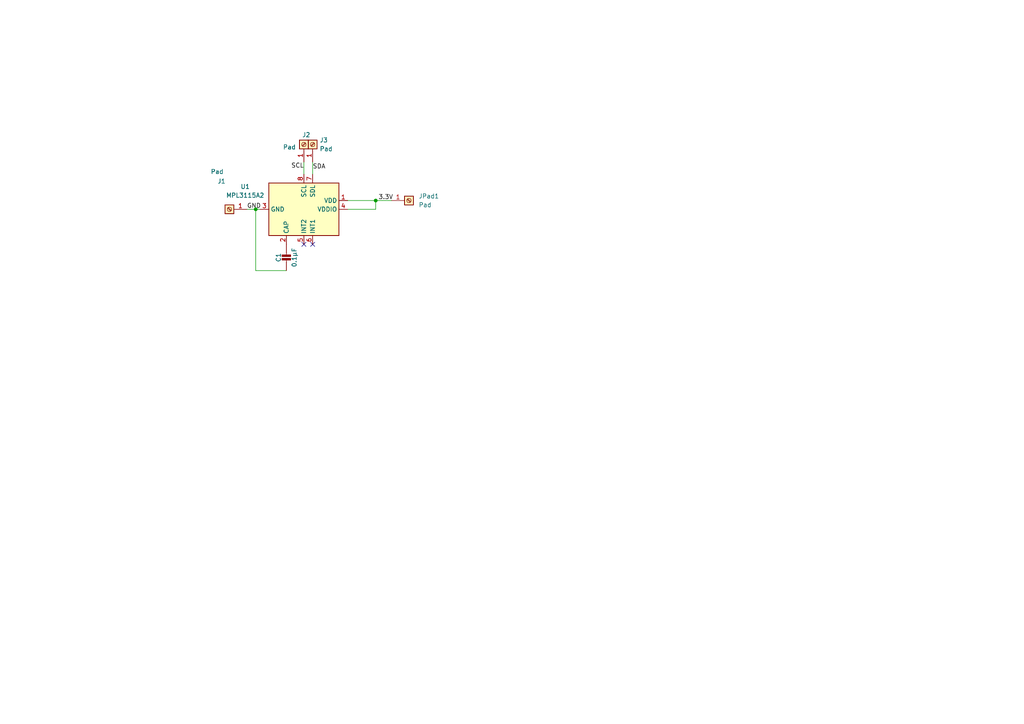
<source format=kicad_sch>
(kicad_sch (version 20211123) (generator eeschema)
  (paper "A4")
  (lib_symbols
    (symbol "Connector:Screw_Terminal_01x01" (pin_names (offset 1.016) hide)
      (property "Reference" "J" (at 0 2.54 0))
      (property "Value" "Screw_Terminal_01x01" (at 0 -2.54 0))
      (symbol "Screw_Terminal_01x01_1_1"
        (rectangle (start -1.27 1.27) (end 1.27 -1.27) (stroke (width 0.254)) (fill (type background)))
        (polyline (pts (xy -0.5334 0.3302) (xy 0.3302 -0.508)) (stroke (width 0.1524)))
        (polyline (pts (xy -0.3556 0.508) (xy 0.508 -0.3302)) (stroke (width 0.1524)))
        (circle (center 0 0) (radius 0.635) (stroke (width 0.1524)))
        (pin passive line (at -5.08 0 0) (length 3.81) (name "Pin_1") (number "1"))
      )
    )
    (symbol "MPL3115A2_v0.2-eagle-import:CAP_CERAMIC0805-NOOUTLINE"
      (property "Reference" "C" (at -2.29 1.25 90))
      (property "Value" "CAP_CERAMIC0805-NOOUTLINE" (at 2.3 1.25 90))
      (symbol "CAP_CERAMIC0805-NOOUTLINE_1_0"
        (rectangle (start -1.27 0.508) (end 1.27 1.016) (fill (type outline)))
        (rectangle (start -1.27 1.524) (end 1.27 2.032) (fill (type outline)))
        (polyline (pts (xy 0 0.762) (xy 0 0)) (stroke (width 0.1524)))
        (polyline (pts (xy 0 2.54) (xy 0 1.778)) (stroke (width 0.1524)))
        (pin passive line (at 0 5.08 270) (length 2.54) (name "1") (number "1"))
        (pin passive line (at 0 -2.54 90) (length 2.54) (name "2") (number "2"))
      )
    )
    (symbol "Sensor_Pressure:MPL3115A2"
      (property "Reference" "U" (at -6.35 11.43 0))
      (property "Value" "MPL3115A2" (at 6.35 11.43 0))
      (symbol "MPL3115A2_0_1"
        (rectangle (start 7.62 10.16) (end -7.62 -10.16) (stroke (width 0.254)) (fill (type background)))
      )
      (symbol "MPL3115A2_1_1"
        (pin power_in line (at -2.54 12.7 270) (length 2.54) (name "VDD") (number "1"))
        (pin passive line (at 10.16 -5.08 180) (length 2.54) (name "CAP") (number "2"))
        (pin power_in line (at 0 -12.7 90) (length 2.54) (name "GND") (number "3"))
        (pin power_in line (at 0 12.7 270) (length 2.54) (name "VDDIO") (number "4"))
        (pin open_collector line (at 10.16 0 180) (length 2.54) (name "INT2") (number "5"))
        (pin open_collector line (at 10.16 2.54 180) (length 2.54) (name "INT1") (number "6"))
        (pin bidirectional line (at -10.16 2.54 0) (length 2.54) (name "SDL") (number "7"))
        (pin input line (at -10.16 0 0) (length 2.54) (name "SCL") (number "8"))
      )
    )
  )
  (junction (at 108.966 58.166))
  (junction (at 74.168 60.706))
  (no_connect (at 90.678 70.866))
  (no_connect (at 88.138 70.866))
  (wire (pts (xy 88.138 46.99) (xy 88.138 50.546)))
  (wire (pts (xy 100.838 60.706) (xy 108.966 60.706)))
  (wire (pts (xy 74.168 60.706) (xy 75.438 60.706)))
  (wire (pts (xy 83.058 78.486) (xy 74.168 78.486)))
  (wire (pts (xy 74.168 78.486) (xy 74.168 60.706)))
  (wire (pts (xy 90.678 46.99) (xy 90.678 50.546)))
  (wire (pts (xy 108.966 58.166) (xy 113.538 58.166)))
  (wire (pts (xy 108.966 58.166) (xy 108.966 60.706)))
  (wire (pts (xy 100.838 58.166) (xy 108.966 58.166)))
  (wire (pts (xy 71.628 60.706) (xy 74.168 60.706)))
  (label "SDA" (at 90.678 49.276 0))
  (label "SCL" (at 88.138 49.0402 180))
  (label "GND" (at 71.628 60.706 0))
  (label "3.3V" (at 109.728 58.166 0))
  (symbol (lib_id "MPL3115A2_v0.2-eagle-import:CAP_CERAMIC0805-NOOUTLINE") (at 83.058 75.946 0) (unit 1)
    (property "Reference" "C1" (at 80.768 74.696 90))
    (property "Value" "0.1µF" (at 85.358 74.696 90))
    (property "Footprint" "Capacitor_SMD:C_0504_1310Metric" (effects hide))
  )
  (symbol (lib_id "Sensor_Pressure:MPL3115A2") (at 88.138 60.706 270) (unit 1)
    (property "Reference" "U1" (at 71.12 54.1272 90))
    (property "Value" "MPL3115A2" (at 71.12 56.6672 90))
    (property "Footprint" "Package_LGA:NXP_LGA-8_3x5mm_P1.25mm_H1.1mm" (effects hide))
    (property "Datasheet" "https://www.nxp.com/docs/en/data-sheet/MPL3115A2.pdf" (effects hide))
  )
  (symbol (lib_id "Connector:Screw_Terminal_01x01") (at 90.678 41.91 90) (unit 1)
    (property "Reference" "J3" (at 92.71 40.6399 90) (effects (justify right)))
    (property "Value" "Pad" (at 92.71 43.1799 90) (effects (justify right)))
    (property "Footprint" "TestPoint:TestPoint_Pad_1.5x1.5mm" (effects hide))
  )
  (symbol (lib_id "Connector:Screw_Terminal_01x01") (at 118.618 58.166 0) (unit 1)
    (property "Reference" "JPad1" (at 121.412 56.8959 0) (effects (justify left)))
    (property "Value" "Pad" (at 121.412 59.4359 0) (effects (justify left)))
    (property "Footprint" "TestPoint:TestPoint_Pad_1.5x1.5mm" (effects hide))
  )
  (symbol (lib_id "Connector:Screw_Terminal_01x01") (at 88.138 41.91 90) (unit 1)
    (property "Reference" "J2" (at 87.63 39.116 90) (effects (justify right)))
    (property "Value" "Pad" (at 82.042 42.672 90) (effects (justify right)))
    (property "Footprint" "TestPoint:TestPoint_Pad_1.5x1.5mm" (effects hide))
  )
  (symbol (lib_id "Connector:Screw_Terminal_01x01") (at 66.548 60.706 180) (unit 1)
    (property "Reference" "J1" (at 64.262 52.578 0))
    (property "Value" "Pad" (at 62.992 49.784 0))
    (property "Footprint" "TestPoint:TestPoint_Pad_1.5x1.5mm" (effects hide))
  )
)
</source>
